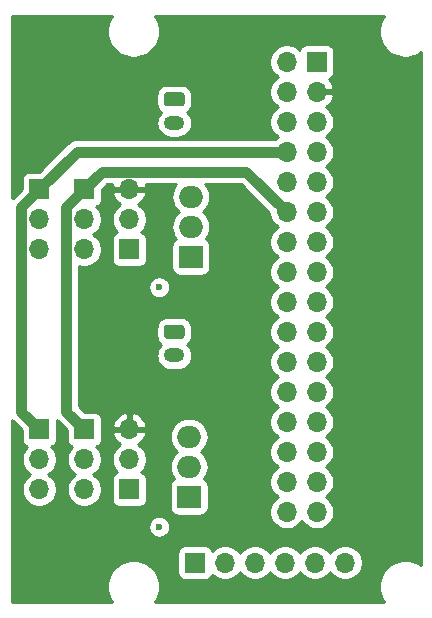
<source format=gbr>
G04 #@! TF.GenerationSoftware,KiCad,Pcbnew,(5.1.9)-1*
G04 #@! TF.CreationDate,2021-11-12T16:09:24-07:00*
G04 #@! TF.ProjectId,ABSIS_Nano_Relay_Module,41425349-535f-44e6-916e-6f5f52656c61,1*
G04 #@! TF.SameCoordinates,Original*
G04 #@! TF.FileFunction,Copper,L3,Inr*
G04 #@! TF.FilePolarity,Positive*
%FSLAX46Y46*%
G04 Gerber Fmt 4.6, Leading zero omitted, Abs format (unit mm)*
G04 Created by KiCad (PCBNEW (5.1.9)-1) date 2021-11-12 16:09:24*
%MOMM*%
%LPD*%
G01*
G04 APERTURE LIST*
G04 #@! TA.AperFunction,ComponentPad*
%ADD10O,1.700000X1.700000*%
G04 #@! TD*
G04 #@! TA.AperFunction,ComponentPad*
%ADD11R,1.700000X1.700000*%
G04 #@! TD*
G04 #@! TA.AperFunction,ComponentPad*
%ADD12O,2.000000X1.905000*%
G04 #@! TD*
G04 #@! TA.AperFunction,ComponentPad*
%ADD13R,2.000000X1.905000*%
G04 #@! TD*
G04 #@! TA.AperFunction,ComponentPad*
%ADD14O,1.750000X1.200000*%
G04 #@! TD*
G04 #@! TA.AperFunction,ViaPad*
%ADD15C,0.600000*%
G04 #@! TD*
G04 #@! TA.AperFunction,Conductor*
%ADD16C,0.914400*%
G04 #@! TD*
G04 #@! TA.AperFunction,Conductor*
%ADD17C,0.254000*%
G04 #@! TD*
G04 #@! TA.AperFunction,Conductor*
%ADD18C,0.100000*%
G04 #@! TD*
G04 APERTURE END LIST*
D10*
X128625000Y-104605000D03*
X128625000Y-102065000D03*
D11*
X128625000Y-99525000D03*
D10*
X124815000Y-104605000D03*
X124815000Y-102065000D03*
D11*
X124815000Y-99525000D03*
D10*
X128625000Y-84285000D03*
X128625000Y-81745000D03*
D11*
X128625000Y-79205000D03*
D10*
X124815000Y-84285000D03*
X124815000Y-81745000D03*
D11*
X124815000Y-79205000D03*
D12*
X137515000Y-100160000D03*
X137515000Y-102700000D03*
D13*
X137515000Y-105240000D03*
D12*
X137642000Y-79840000D03*
X137642000Y-82380000D03*
D13*
X137642000Y-84920000D03*
D10*
X132435000Y-99525000D03*
X132435000Y-102065000D03*
D11*
X132435000Y-104605000D03*
D10*
X132435000Y-79205000D03*
X132435000Y-81745000D03*
D11*
X132435000Y-84285000D03*
D14*
X136245000Y-93270000D03*
G04 #@! TA.AperFunction,ComponentPad*
G36*
G01*
X135619999Y-90670000D02*
X136870001Y-90670000D01*
G75*
G02*
X137120000Y-90919999I0J-249999D01*
G01*
X137120000Y-91620001D01*
G75*
G02*
X136870001Y-91870000I-249999J0D01*
G01*
X135619999Y-91870000D01*
G75*
G02*
X135370000Y-91620001I0J249999D01*
G01*
X135370000Y-90919999D01*
G75*
G02*
X135619999Y-90670000I249999J0D01*
G01*
G37*
G04 #@! TD.AperFunction*
X136245000Y-73585000D03*
G04 #@! TA.AperFunction,ComponentPad*
G36*
G01*
X135619999Y-70985000D02*
X136870001Y-70985000D01*
G75*
G02*
X137120000Y-71234999I0J-249999D01*
G01*
X137120000Y-71935001D01*
G75*
G02*
X136870001Y-72185000I-249999J0D01*
G01*
X135619999Y-72185000D01*
G75*
G02*
X135370000Y-71935001I0J249999D01*
G01*
X135370000Y-71234999D01*
G75*
G02*
X135619999Y-70985000I249999J0D01*
G01*
G37*
G04 #@! TD.AperFunction*
D10*
X150710000Y-110810000D03*
X148170000Y-110810000D03*
X145630000Y-110810000D03*
X143090000Y-110810000D03*
X140550000Y-110810000D03*
D11*
X138010000Y-110810000D03*
D10*
X145770000Y-106510000D03*
X148310000Y-106510000D03*
X145770000Y-103970000D03*
X148310000Y-103970000D03*
X145770000Y-101430000D03*
X148310000Y-101430000D03*
X145770000Y-98890000D03*
X148310000Y-98890000D03*
X145770000Y-96350000D03*
X148310000Y-96350000D03*
X145770000Y-93810000D03*
X148310000Y-93810000D03*
X145770000Y-91270000D03*
X148310000Y-91270000D03*
X145770000Y-88730000D03*
X148310000Y-88730000D03*
X145770000Y-86190000D03*
X148310000Y-86190000D03*
X145770000Y-83650000D03*
X148310000Y-83650000D03*
X145770000Y-81110000D03*
X148310000Y-81110000D03*
X145770000Y-78570000D03*
X148310000Y-78570000D03*
X145770000Y-76030000D03*
X148310000Y-76030000D03*
X145770000Y-73490000D03*
X148310000Y-73490000D03*
X145770000Y-70950000D03*
X148310000Y-70950000D03*
X145770000Y-68410000D03*
D11*
X148310000Y-68410000D03*
D15*
X134975000Y-87486911D03*
X134975000Y-107780000D03*
D16*
X127990000Y-76030000D02*
X124815000Y-79205000D01*
X145770000Y-76030000D02*
X127990000Y-76030000D01*
X123307799Y-98017799D02*
X124815000Y-99525000D01*
X123307799Y-80712201D02*
X123307799Y-98017799D01*
X124815000Y-79205000D02*
X123307799Y-80712201D01*
X130132201Y-77697799D02*
X128625000Y-79205000D01*
X142357799Y-77697799D02*
X130132201Y-77697799D01*
X145770000Y-81110000D02*
X142357799Y-77697799D01*
X127117799Y-98017799D02*
X128625000Y-99525000D01*
X127117799Y-80712201D02*
X127117799Y-98017799D01*
X128625000Y-79205000D02*
X127117799Y-80712201D01*
D17*
X130829369Y-64751331D02*
X130660890Y-65158075D01*
X130575000Y-65589872D01*
X130575000Y-66030128D01*
X130660890Y-66461925D01*
X130829369Y-66868669D01*
X131073962Y-67234729D01*
X131385271Y-67546038D01*
X131751331Y-67790631D01*
X132158075Y-67959110D01*
X132589872Y-68045000D01*
X133030128Y-68045000D01*
X133461925Y-67959110D01*
X133868669Y-67790631D01*
X134234729Y-67546038D01*
X134546038Y-67234729D01*
X134790631Y-66868669D01*
X134959110Y-66461925D01*
X135045000Y-66030128D01*
X135045000Y-65589872D01*
X134959110Y-65158075D01*
X134790631Y-64751331D01*
X134619356Y-64495000D01*
X154000644Y-64495000D01*
X153829369Y-64751331D01*
X153660890Y-65158075D01*
X153575000Y-65589872D01*
X153575000Y-66030128D01*
X153660890Y-66461925D01*
X153829369Y-66868669D01*
X154073962Y-67234729D01*
X154385271Y-67546038D01*
X154751331Y-67790631D01*
X155158075Y-67959110D01*
X155589872Y-68045000D01*
X156030128Y-68045000D01*
X156461925Y-67959110D01*
X156868669Y-67790631D01*
X157125001Y-67619356D01*
X157125000Y-111000644D01*
X156868669Y-110829369D01*
X156461925Y-110660890D01*
X156030128Y-110575000D01*
X155589872Y-110575000D01*
X155158075Y-110660890D01*
X154751331Y-110829369D01*
X154385271Y-111073962D01*
X154073962Y-111385271D01*
X153829369Y-111751331D01*
X153660890Y-112158075D01*
X153575000Y-112589872D01*
X153575000Y-113030128D01*
X153660890Y-113461925D01*
X153829369Y-113868669D01*
X154000644Y-114125000D01*
X134619356Y-114125000D01*
X134790631Y-113868669D01*
X134959110Y-113461925D01*
X135045000Y-113030128D01*
X135045000Y-112589872D01*
X134959110Y-112158075D01*
X134790631Y-111751331D01*
X134546038Y-111385271D01*
X134234729Y-111073962D01*
X133868669Y-110829369D01*
X133461925Y-110660890D01*
X133030128Y-110575000D01*
X132589872Y-110575000D01*
X132158075Y-110660890D01*
X131751331Y-110829369D01*
X131385271Y-111073962D01*
X131073962Y-111385271D01*
X130829369Y-111751331D01*
X130660890Y-112158075D01*
X130575000Y-112589872D01*
X130575000Y-113030128D01*
X130660890Y-113461925D01*
X130829369Y-113868669D01*
X131000644Y-114125000D01*
X122495000Y-114125000D01*
X122495000Y-109960000D01*
X136521928Y-109960000D01*
X136521928Y-111660000D01*
X136534188Y-111784482D01*
X136570498Y-111904180D01*
X136629463Y-112014494D01*
X136708815Y-112111185D01*
X136805506Y-112190537D01*
X136915820Y-112249502D01*
X137035518Y-112285812D01*
X137160000Y-112298072D01*
X138860000Y-112298072D01*
X138984482Y-112285812D01*
X139104180Y-112249502D01*
X139214494Y-112190537D01*
X139311185Y-112111185D01*
X139390537Y-112014494D01*
X139449502Y-111904180D01*
X139471513Y-111831620D01*
X139603368Y-111963475D01*
X139846589Y-112125990D01*
X140116842Y-112237932D01*
X140403740Y-112295000D01*
X140696260Y-112295000D01*
X140983158Y-112237932D01*
X141253411Y-112125990D01*
X141496632Y-111963475D01*
X141703475Y-111756632D01*
X141820000Y-111582240D01*
X141936525Y-111756632D01*
X142143368Y-111963475D01*
X142386589Y-112125990D01*
X142656842Y-112237932D01*
X142943740Y-112295000D01*
X143236260Y-112295000D01*
X143523158Y-112237932D01*
X143793411Y-112125990D01*
X144036632Y-111963475D01*
X144243475Y-111756632D01*
X144360000Y-111582240D01*
X144476525Y-111756632D01*
X144683368Y-111963475D01*
X144926589Y-112125990D01*
X145196842Y-112237932D01*
X145483740Y-112295000D01*
X145776260Y-112295000D01*
X146063158Y-112237932D01*
X146333411Y-112125990D01*
X146576632Y-111963475D01*
X146783475Y-111756632D01*
X146900000Y-111582240D01*
X147016525Y-111756632D01*
X147223368Y-111963475D01*
X147466589Y-112125990D01*
X147736842Y-112237932D01*
X148023740Y-112295000D01*
X148316260Y-112295000D01*
X148603158Y-112237932D01*
X148873411Y-112125990D01*
X149116632Y-111963475D01*
X149323475Y-111756632D01*
X149440000Y-111582240D01*
X149556525Y-111756632D01*
X149763368Y-111963475D01*
X150006589Y-112125990D01*
X150276842Y-112237932D01*
X150563740Y-112295000D01*
X150856260Y-112295000D01*
X151143158Y-112237932D01*
X151413411Y-112125990D01*
X151656632Y-111963475D01*
X151863475Y-111756632D01*
X152025990Y-111513411D01*
X152137932Y-111243158D01*
X152195000Y-110956260D01*
X152195000Y-110663740D01*
X152137932Y-110376842D01*
X152025990Y-110106589D01*
X151863475Y-109863368D01*
X151656632Y-109656525D01*
X151413411Y-109494010D01*
X151143158Y-109382068D01*
X150856260Y-109325000D01*
X150563740Y-109325000D01*
X150276842Y-109382068D01*
X150006589Y-109494010D01*
X149763368Y-109656525D01*
X149556525Y-109863368D01*
X149440000Y-110037760D01*
X149323475Y-109863368D01*
X149116632Y-109656525D01*
X148873411Y-109494010D01*
X148603158Y-109382068D01*
X148316260Y-109325000D01*
X148023740Y-109325000D01*
X147736842Y-109382068D01*
X147466589Y-109494010D01*
X147223368Y-109656525D01*
X147016525Y-109863368D01*
X146900000Y-110037760D01*
X146783475Y-109863368D01*
X146576632Y-109656525D01*
X146333411Y-109494010D01*
X146063158Y-109382068D01*
X145776260Y-109325000D01*
X145483740Y-109325000D01*
X145196842Y-109382068D01*
X144926589Y-109494010D01*
X144683368Y-109656525D01*
X144476525Y-109863368D01*
X144360000Y-110037760D01*
X144243475Y-109863368D01*
X144036632Y-109656525D01*
X143793411Y-109494010D01*
X143523158Y-109382068D01*
X143236260Y-109325000D01*
X142943740Y-109325000D01*
X142656842Y-109382068D01*
X142386589Y-109494010D01*
X142143368Y-109656525D01*
X141936525Y-109863368D01*
X141820000Y-110037760D01*
X141703475Y-109863368D01*
X141496632Y-109656525D01*
X141253411Y-109494010D01*
X140983158Y-109382068D01*
X140696260Y-109325000D01*
X140403740Y-109325000D01*
X140116842Y-109382068D01*
X139846589Y-109494010D01*
X139603368Y-109656525D01*
X139471513Y-109788380D01*
X139449502Y-109715820D01*
X139390537Y-109605506D01*
X139311185Y-109508815D01*
X139214494Y-109429463D01*
X139104180Y-109370498D01*
X138984482Y-109334188D01*
X138860000Y-109321928D01*
X137160000Y-109321928D01*
X137035518Y-109334188D01*
X136915820Y-109370498D01*
X136805506Y-109429463D01*
X136708815Y-109508815D01*
X136629463Y-109605506D01*
X136570498Y-109715820D01*
X136534188Y-109835518D01*
X136521928Y-109960000D01*
X122495000Y-109960000D01*
X122495000Y-107687911D01*
X134040000Y-107687911D01*
X134040000Y-107872089D01*
X134075932Y-108052729D01*
X134146414Y-108222889D01*
X134248738Y-108376028D01*
X134378972Y-108506262D01*
X134532111Y-108608586D01*
X134702271Y-108679068D01*
X134882911Y-108715000D01*
X135067089Y-108715000D01*
X135247729Y-108679068D01*
X135417889Y-108608586D01*
X135571028Y-108506262D01*
X135701262Y-108376028D01*
X135803586Y-108222889D01*
X135874068Y-108052729D01*
X135910000Y-107872089D01*
X135910000Y-107687911D01*
X135874068Y-107507271D01*
X135803586Y-107337111D01*
X135701262Y-107183972D01*
X135571028Y-107053738D01*
X135417889Y-106951414D01*
X135247729Y-106880932D01*
X135067089Y-106845000D01*
X134882911Y-106845000D01*
X134702271Y-106880932D01*
X134532111Y-106951414D01*
X134378972Y-107053738D01*
X134248738Y-107183972D01*
X134146414Y-107337111D01*
X134075932Y-107507271D01*
X134040000Y-107687911D01*
X122495000Y-107687911D01*
X122495000Y-98749043D01*
X122531762Y-98793837D01*
X122573431Y-98828034D01*
X123326928Y-99581532D01*
X123326928Y-100375000D01*
X123339188Y-100499482D01*
X123375498Y-100619180D01*
X123434463Y-100729494D01*
X123513815Y-100826185D01*
X123610506Y-100905537D01*
X123720820Y-100964502D01*
X123793380Y-100986513D01*
X123661525Y-101118368D01*
X123499010Y-101361589D01*
X123387068Y-101631842D01*
X123330000Y-101918740D01*
X123330000Y-102211260D01*
X123387068Y-102498158D01*
X123499010Y-102768411D01*
X123661525Y-103011632D01*
X123868368Y-103218475D01*
X124042760Y-103335000D01*
X123868368Y-103451525D01*
X123661525Y-103658368D01*
X123499010Y-103901589D01*
X123387068Y-104171842D01*
X123330000Y-104458740D01*
X123330000Y-104751260D01*
X123387068Y-105038158D01*
X123499010Y-105308411D01*
X123661525Y-105551632D01*
X123868368Y-105758475D01*
X124111589Y-105920990D01*
X124381842Y-106032932D01*
X124668740Y-106090000D01*
X124961260Y-106090000D01*
X125248158Y-106032932D01*
X125518411Y-105920990D01*
X125761632Y-105758475D01*
X125968475Y-105551632D01*
X126130990Y-105308411D01*
X126242932Y-105038158D01*
X126300000Y-104751260D01*
X126300000Y-104458740D01*
X126242932Y-104171842D01*
X126130990Y-103901589D01*
X125968475Y-103658368D01*
X125761632Y-103451525D01*
X125587240Y-103335000D01*
X125761632Y-103218475D01*
X125968475Y-103011632D01*
X126130990Y-102768411D01*
X126242932Y-102498158D01*
X126300000Y-102211260D01*
X126300000Y-101918740D01*
X126242932Y-101631842D01*
X126130990Y-101361589D01*
X125968475Y-101118368D01*
X125836620Y-100986513D01*
X125909180Y-100964502D01*
X126019494Y-100905537D01*
X126116185Y-100826185D01*
X126195537Y-100729494D01*
X126254502Y-100619180D01*
X126290812Y-100499482D01*
X126303072Y-100375000D01*
X126303072Y-98746693D01*
X126341762Y-98793837D01*
X126383431Y-98828034D01*
X127136928Y-99581532D01*
X127136928Y-100375000D01*
X127149188Y-100499482D01*
X127185498Y-100619180D01*
X127244463Y-100729494D01*
X127323815Y-100826185D01*
X127420506Y-100905537D01*
X127530820Y-100964502D01*
X127603380Y-100986513D01*
X127471525Y-101118368D01*
X127309010Y-101361589D01*
X127197068Y-101631842D01*
X127140000Y-101918740D01*
X127140000Y-102211260D01*
X127197068Y-102498158D01*
X127309010Y-102768411D01*
X127471525Y-103011632D01*
X127678368Y-103218475D01*
X127852760Y-103335000D01*
X127678368Y-103451525D01*
X127471525Y-103658368D01*
X127309010Y-103901589D01*
X127197068Y-104171842D01*
X127140000Y-104458740D01*
X127140000Y-104751260D01*
X127197068Y-105038158D01*
X127309010Y-105308411D01*
X127471525Y-105551632D01*
X127678368Y-105758475D01*
X127921589Y-105920990D01*
X128191842Y-106032932D01*
X128478740Y-106090000D01*
X128771260Y-106090000D01*
X129058158Y-106032932D01*
X129328411Y-105920990D01*
X129571632Y-105758475D01*
X129778475Y-105551632D01*
X129940990Y-105308411D01*
X130052932Y-105038158D01*
X130110000Y-104751260D01*
X130110000Y-104458740D01*
X130052932Y-104171842D01*
X129940990Y-103901589D01*
X129843043Y-103755000D01*
X130946928Y-103755000D01*
X130946928Y-105455000D01*
X130959188Y-105579482D01*
X130995498Y-105699180D01*
X131054463Y-105809494D01*
X131133815Y-105906185D01*
X131230506Y-105985537D01*
X131340820Y-106044502D01*
X131460518Y-106080812D01*
X131585000Y-106093072D01*
X133285000Y-106093072D01*
X133409482Y-106080812D01*
X133529180Y-106044502D01*
X133639494Y-105985537D01*
X133736185Y-105906185D01*
X133815537Y-105809494D01*
X133874502Y-105699180D01*
X133910812Y-105579482D01*
X133923072Y-105455000D01*
X133923072Y-103755000D01*
X133910812Y-103630518D01*
X133874502Y-103510820D01*
X133815537Y-103400506D01*
X133736185Y-103303815D01*
X133639494Y-103224463D01*
X133529180Y-103165498D01*
X133456620Y-103143487D01*
X133588475Y-103011632D01*
X133750990Y-102768411D01*
X133862932Y-102498158D01*
X133920000Y-102211260D01*
X133920000Y-101918740D01*
X133862932Y-101631842D01*
X133750990Y-101361589D01*
X133588475Y-101118368D01*
X133381632Y-100911525D01*
X133199466Y-100789805D01*
X133316355Y-100720178D01*
X133532588Y-100525269D01*
X133706641Y-100291920D01*
X133769475Y-100160000D01*
X135872319Y-100160000D01*
X135902970Y-100471204D01*
X135993745Y-100770449D01*
X136141155Y-101046235D01*
X136339537Y-101287963D01*
X136512609Y-101430000D01*
X136339537Y-101572037D01*
X136141155Y-101813765D01*
X135993745Y-102089551D01*
X135902970Y-102388796D01*
X135872319Y-102700000D01*
X135902970Y-103011204D01*
X135993745Y-103310449D01*
X136141155Y-103586235D01*
X136244446Y-103712095D01*
X136160506Y-103756963D01*
X136063815Y-103836315D01*
X135984463Y-103933006D01*
X135925498Y-104043320D01*
X135889188Y-104163018D01*
X135876928Y-104287500D01*
X135876928Y-106192500D01*
X135889188Y-106316982D01*
X135925498Y-106436680D01*
X135984463Y-106546994D01*
X136063815Y-106643685D01*
X136160506Y-106723037D01*
X136270820Y-106782002D01*
X136390518Y-106818312D01*
X136515000Y-106830572D01*
X138515000Y-106830572D01*
X138639482Y-106818312D01*
X138759180Y-106782002D01*
X138869494Y-106723037D01*
X138966185Y-106643685D01*
X139045537Y-106546994D01*
X139104502Y-106436680D01*
X139140812Y-106316982D01*
X139153072Y-106192500D01*
X139153072Y-104287500D01*
X139140812Y-104163018D01*
X139104502Y-104043320D01*
X139045537Y-103933006D01*
X138966185Y-103836315D01*
X138869494Y-103756963D01*
X138785554Y-103712095D01*
X138888845Y-103586235D01*
X139036255Y-103310449D01*
X139127030Y-103011204D01*
X139157681Y-102700000D01*
X139127030Y-102388796D01*
X139036255Y-102089551D01*
X138888845Y-101813765D01*
X138690463Y-101572037D01*
X138517391Y-101430000D01*
X138690463Y-101287963D01*
X138888845Y-101046235D01*
X139036255Y-100770449D01*
X139127030Y-100471204D01*
X139157681Y-100160000D01*
X139127030Y-99848796D01*
X139036255Y-99549551D01*
X138888845Y-99273765D01*
X138690463Y-99032037D01*
X138448735Y-98833655D01*
X138172949Y-98686245D01*
X137873704Y-98595470D01*
X137640486Y-98572500D01*
X137389514Y-98572500D01*
X137156296Y-98595470D01*
X136857051Y-98686245D01*
X136581265Y-98833655D01*
X136339537Y-99032037D01*
X136141155Y-99273765D01*
X135993745Y-99549551D01*
X135902970Y-99848796D01*
X135872319Y-100160000D01*
X133769475Y-100160000D01*
X133831825Y-100029099D01*
X133876476Y-99881890D01*
X133755155Y-99652000D01*
X132562000Y-99652000D01*
X132562000Y-99672000D01*
X132308000Y-99672000D01*
X132308000Y-99652000D01*
X131114845Y-99652000D01*
X130993524Y-99881890D01*
X131038175Y-100029099D01*
X131163359Y-100291920D01*
X131337412Y-100525269D01*
X131553645Y-100720178D01*
X131670534Y-100789805D01*
X131488368Y-100911525D01*
X131281525Y-101118368D01*
X131119010Y-101361589D01*
X131007068Y-101631842D01*
X130950000Y-101918740D01*
X130950000Y-102211260D01*
X131007068Y-102498158D01*
X131119010Y-102768411D01*
X131281525Y-103011632D01*
X131413380Y-103143487D01*
X131340820Y-103165498D01*
X131230506Y-103224463D01*
X131133815Y-103303815D01*
X131054463Y-103400506D01*
X130995498Y-103510820D01*
X130959188Y-103630518D01*
X130946928Y-103755000D01*
X129843043Y-103755000D01*
X129778475Y-103658368D01*
X129571632Y-103451525D01*
X129397240Y-103335000D01*
X129571632Y-103218475D01*
X129778475Y-103011632D01*
X129940990Y-102768411D01*
X130052932Y-102498158D01*
X130110000Y-102211260D01*
X130110000Y-101918740D01*
X130052932Y-101631842D01*
X129940990Y-101361589D01*
X129778475Y-101118368D01*
X129646620Y-100986513D01*
X129719180Y-100964502D01*
X129829494Y-100905537D01*
X129926185Y-100826185D01*
X130005537Y-100729494D01*
X130064502Y-100619180D01*
X130100812Y-100499482D01*
X130113072Y-100375000D01*
X130113072Y-99168110D01*
X130993524Y-99168110D01*
X131114845Y-99398000D01*
X132308000Y-99398000D01*
X132308000Y-98204186D01*
X132562000Y-98204186D01*
X132562000Y-99398000D01*
X133755155Y-99398000D01*
X133876476Y-99168110D01*
X133831825Y-99020901D01*
X133706641Y-98758080D01*
X133532588Y-98524731D01*
X133316355Y-98329822D01*
X133066252Y-98180843D01*
X132791891Y-98083519D01*
X132562000Y-98204186D01*
X132308000Y-98204186D01*
X132078109Y-98083519D01*
X131803748Y-98180843D01*
X131553645Y-98329822D01*
X131337412Y-98524731D01*
X131163359Y-98758080D01*
X131038175Y-99020901D01*
X130993524Y-99168110D01*
X130113072Y-99168110D01*
X130113072Y-98675000D01*
X130100812Y-98550518D01*
X130064502Y-98430820D01*
X130005537Y-98320506D01*
X129926185Y-98223815D01*
X129829494Y-98144463D01*
X129719180Y-98085498D01*
X129599482Y-98049188D01*
X129475000Y-98036928D01*
X128681532Y-98036928D01*
X128209999Y-97565396D01*
X128209999Y-93270000D01*
X134729025Y-93270000D01*
X134752870Y-93512102D01*
X134823489Y-93744901D01*
X134938167Y-93959449D01*
X135092498Y-94147502D01*
X135280551Y-94301833D01*
X135495099Y-94416511D01*
X135727898Y-94487130D01*
X135909335Y-94505000D01*
X136580665Y-94505000D01*
X136762102Y-94487130D01*
X136994901Y-94416511D01*
X137209449Y-94301833D01*
X137397502Y-94147502D01*
X137551833Y-93959449D01*
X137666511Y-93744901D01*
X137737130Y-93512102D01*
X137760975Y-93270000D01*
X137737130Y-93027898D01*
X137666511Y-92795099D01*
X137551833Y-92580551D01*
X137397502Y-92392498D01*
X137358889Y-92360809D01*
X137363387Y-92358405D01*
X137497962Y-92247962D01*
X137608405Y-92113387D01*
X137690472Y-91959851D01*
X137741008Y-91793255D01*
X137758072Y-91620001D01*
X137758072Y-90919999D01*
X137741008Y-90746745D01*
X137690472Y-90580149D01*
X137608405Y-90426613D01*
X137497962Y-90292038D01*
X137363387Y-90181595D01*
X137209851Y-90099528D01*
X137043255Y-90048992D01*
X136870001Y-90031928D01*
X135619999Y-90031928D01*
X135446745Y-90048992D01*
X135280149Y-90099528D01*
X135126613Y-90181595D01*
X134992038Y-90292038D01*
X134881595Y-90426613D01*
X134799528Y-90580149D01*
X134748992Y-90746745D01*
X134731928Y-90919999D01*
X134731928Y-91620001D01*
X134748992Y-91793255D01*
X134799528Y-91959851D01*
X134881595Y-92113387D01*
X134992038Y-92247962D01*
X135126613Y-92358405D01*
X135131111Y-92360809D01*
X135092498Y-92392498D01*
X134938167Y-92580551D01*
X134823489Y-92795099D01*
X134752870Y-93027898D01*
X134729025Y-93270000D01*
X128209999Y-93270000D01*
X128209999Y-87394822D01*
X134040000Y-87394822D01*
X134040000Y-87579000D01*
X134075932Y-87759640D01*
X134146414Y-87929800D01*
X134248738Y-88082939D01*
X134378972Y-88213173D01*
X134532111Y-88315497D01*
X134702271Y-88385979D01*
X134882911Y-88421911D01*
X135067089Y-88421911D01*
X135247729Y-88385979D01*
X135417889Y-88315497D01*
X135571028Y-88213173D01*
X135701262Y-88082939D01*
X135803586Y-87929800D01*
X135874068Y-87759640D01*
X135910000Y-87579000D01*
X135910000Y-87394822D01*
X135874068Y-87214182D01*
X135803586Y-87044022D01*
X135701262Y-86890883D01*
X135571028Y-86760649D01*
X135417889Y-86658325D01*
X135247729Y-86587843D01*
X135067089Y-86551911D01*
X134882911Y-86551911D01*
X134702271Y-86587843D01*
X134532111Y-86658325D01*
X134378972Y-86760649D01*
X134248738Y-86890883D01*
X134146414Y-87044022D01*
X134075932Y-87214182D01*
X134040000Y-87394822D01*
X128209999Y-87394822D01*
X128209999Y-85716544D01*
X128478740Y-85770000D01*
X128771260Y-85770000D01*
X129058158Y-85712932D01*
X129328411Y-85600990D01*
X129571632Y-85438475D01*
X129778475Y-85231632D01*
X129940990Y-84988411D01*
X130052932Y-84718158D01*
X130110000Y-84431260D01*
X130110000Y-84138740D01*
X130052932Y-83851842D01*
X129940990Y-83581589D01*
X129843043Y-83435000D01*
X130946928Y-83435000D01*
X130946928Y-85135000D01*
X130959188Y-85259482D01*
X130995498Y-85379180D01*
X131054463Y-85489494D01*
X131133815Y-85586185D01*
X131230506Y-85665537D01*
X131340820Y-85724502D01*
X131460518Y-85760812D01*
X131585000Y-85773072D01*
X133285000Y-85773072D01*
X133409482Y-85760812D01*
X133529180Y-85724502D01*
X133639494Y-85665537D01*
X133736185Y-85586185D01*
X133815537Y-85489494D01*
X133874502Y-85379180D01*
X133910812Y-85259482D01*
X133923072Y-85135000D01*
X133923072Y-83435000D01*
X133910812Y-83310518D01*
X133874502Y-83190820D01*
X133815537Y-83080506D01*
X133736185Y-82983815D01*
X133639494Y-82904463D01*
X133529180Y-82845498D01*
X133456620Y-82823487D01*
X133588475Y-82691632D01*
X133750990Y-82448411D01*
X133862932Y-82178158D01*
X133920000Y-81891260D01*
X133920000Y-81598740D01*
X133862932Y-81311842D01*
X133750990Y-81041589D01*
X133588475Y-80798368D01*
X133381632Y-80591525D01*
X133199466Y-80469805D01*
X133316355Y-80400178D01*
X133532588Y-80205269D01*
X133706641Y-79971920D01*
X133831825Y-79709099D01*
X133876476Y-79561890D01*
X133755155Y-79332000D01*
X132562000Y-79332000D01*
X132562000Y-79352000D01*
X132308000Y-79352000D01*
X132308000Y-79332000D01*
X131114845Y-79332000D01*
X130993524Y-79561890D01*
X131038175Y-79709099D01*
X131163359Y-79971920D01*
X131337412Y-80205269D01*
X131553645Y-80400178D01*
X131670534Y-80469805D01*
X131488368Y-80591525D01*
X131281525Y-80798368D01*
X131119010Y-81041589D01*
X131007068Y-81311842D01*
X130950000Y-81598740D01*
X130950000Y-81891260D01*
X131007068Y-82178158D01*
X131119010Y-82448411D01*
X131281525Y-82691632D01*
X131413380Y-82823487D01*
X131340820Y-82845498D01*
X131230506Y-82904463D01*
X131133815Y-82983815D01*
X131054463Y-83080506D01*
X130995498Y-83190820D01*
X130959188Y-83310518D01*
X130946928Y-83435000D01*
X129843043Y-83435000D01*
X129778475Y-83338368D01*
X129571632Y-83131525D01*
X129397240Y-83015000D01*
X129571632Y-82898475D01*
X129778475Y-82691632D01*
X129940990Y-82448411D01*
X130052932Y-82178158D01*
X130110000Y-81891260D01*
X130110000Y-81598740D01*
X130052932Y-81311842D01*
X129940990Y-81041589D01*
X129778475Y-80798368D01*
X129646620Y-80666513D01*
X129719180Y-80644502D01*
X129829494Y-80585537D01*
X129926185Y-80506185D01*
X130005537Y-80409494D01*
X130064502Y-80299180D01*
X130100812Y-80179482D01*
X130113072Y-80055000D01*
X130113072Y-79261531D01*
X130584605Y-78789999D01*
X131011150Y-78789999D01*
X130993524Y-78848110D01*
X131114845Y-79078000D01*
X132308000Y-79078000D01*
X132308000Y-79058000D01*
X132562000Y-79058000D01*
X132562000Y-79078000D01*
X133755155Y-79078000D01*
X133876476Y-78848110D01*
X133858850Y-78789999D01*
X136402555Y-78789999D01*
X136268155Y-78953765D01*
X136120745Y-79229551D01*
X136029970Y-79528796D01*
X135999319Y-79840000D01*
X136029970Y-80151204D01*
X136120745Y-80450449D01*
X136268155Y-80726235D01*
X136466537Y-80967963D01*
X136639609Y-81110000D01*
X136466537Y-81252037D01*
X136268155Y-81493765D01*
X136120745Y-81769551D01*
X136029970Y-82068796D01*
X135999319Y-82380000D01*
X136029970Y-82691204D01*
X136120745Y-82990449D01*
X136268155Y-83266235D01*
X136371446Y-83392095D01*
X136287506Y-83436963D01*
X136190815Y-83516315D01*
X136111463Y-83613006D01*
X136052498Y-83723320D01*
X136016188Y-83843018D01*
X136003928Y-83967500D01*
X136003928Y-85872500D01*
X136016188Y-85996982D01*
X136052498Y-86116680D01*
X136111463Y-86226994D01*
X136190815Y-86323685D01*
X136287506Y-86403037D01*
X136397820Y-86462002D01*
X136517518Y-86498312D01*
X136642000Y-86510572D01*
X138642000Y-86510572D01*
X138766482Y-86498312D01*
X138886180Y-86462002D01*
X138996494Y-86403037D01*
X139093185Y-86323685D01*
X139172537Y-86226994D01*
X139231502Y-86116680D01*
X139267812Y-85996982D01*
X139280072Y-85872500D01*
X139280072Y-83967500D01*
X139267812Y-83843018D01*
X139231502Y-83723320D01*
X139172537Y-83613006D01*
X139093185Y-83516315D01*
X138996494Y-83436963D01*
X138912554Y-83392095D01*
X139015845Y-83266235D01*
X139163255Y-82990449D01*
X139254030Y-82691204D01*
X139284681Y-82380000D01*
X139254030Y-82068796D01*
X139163255Y-81769551D01*
X139015845Y-81493765D01*
X138817463Y-81252037D01*
X138644391Y-81110000D01*
X138817463Y-80967963D01*
X139015845Y-80726235D01*
X139163255Y-80450449D01*
X139254030Y-80151204D01*
X139284681Y-79840000D01*
X139254030Y-79528796D01*
X139163255Y-79229551D01*
X139015845Y-78953765D01*
X138881445Y-78789999D01*
X141905396Y-78789999D01*
X144285000Y-81169604D01*
X144285000Y-81256260D01*
X144342068Y-81543158D01*
X144454010Y-81813411D01*
X144616525Y-82056632D01*
X144823368Y-82263475D01*
X144997760Y-82380000D01*
X144823368Y-82496525D01*
X144616525Y-82703368D01*
X144454010Y-82946589D01*
X144342068Y-83216842D01*
X144285000Y-83503740D01*
X144285000Y-83796260D01*
X144342068Y-84083158D01*
X144454010Y-84353411D01*
X144616525Y-84596632D01*
X144823368Y-84803475D01*
X144997760Y-84920000D01*
X144823368Y-85036525D01*
X144616525Y-85243368D01*
X144454010Y-85486589D01*
X144342068Y-85756842D01*
X144285000Y-86043740D01*
X144285000Y-86336260D01*
X144342068Y-86623158D01*
X144454010Y-86893411D01*
X144616525Y-87136632D01*
X144823368Y-87343475D01*
X144997760Y-87460000D01*
X144823368Y-87576525D01*
X144616525Y-87783368D01*
X144454010Y-88026589D01*
X144342068Y-88296842D01*
X144285000Y-88583740D01*
X144285000Y-88876260D01*
X144342068Y-89163158D01*
X144454010Y-89433411D01*
X144616525Y-89676632D01*
X144823368Y-89883475D01*
X144997760Y-90000000D01*
X144823368Y-90116525D01*
X144616525Y-90323368D01*
X144454010Y-90566589D01*
X144342068Y-90836842D01*
X144285000Y-91123740D01*
X144285000Y-91416260D01*
X144342068Y-91703158D01*
X144454010Y-91973411D01*
X144616525Y-92216632D01*
X144823368Y-92423475D01*
X144997760Y-92540000D01*
X144823368Y-92656525D01*
X144616525Y-92863368D01*
X144454010Y-93106589D01*
X144342068Y-93376842D01*
X144285000Y-93663740D01*
X144285000Y-93956260D01*
X144342068Y-94243158D01*
X144454010Y-94513411D01*
X144616525Y-94756632D01*
X144823368Y-94963475D01*
X144997760Y-95080000D01*
X144823368Y-95196525D01*
X144616525Y-95403368D01*
X144454010Y-95646589D01*
X144342068Y-95916842D01*
X144285000Y-96203740D01*
X144285000Y-96496260D01*
X144342068Y-96783158D01*
X144454010Y-97053411D01*
X144616525Y-97296632D01*
X144823368Y-97503475D01*
X144997760Y-97620000D01*
X144823368Y-97736525D01*
X144616525Y-97943368D01*
X144454010Y-98186589D01*
X144342068Y-98456842D01*
X144285000Y-98743740D01*
X144285000Y-99036260D01*
X144342068Y-99323158D01*
X144454010Y-99593411D01*
X144616525Y-99836632D01*
X144823368Y-100043475D01*
X144997760Y-100160000D01*
X144823368Y-100276525D01*
X144616525Y-100483368D01*
X144454010Y-100726589D01*
X144342068Y-100996842D01*
X144285000Y-101283740D01*
X144285000Y-101576260D01*
X144342068Y-101863158D01*
X144454010Y-102133411D01*
X144616525Y-102376632D01*
X144823368Y-102583475D01*
X144997760Y-102700000D01*
X144823368Y-102816525D01*
X144616525Y-103023368D01*
X144454010Y-103266589D01*
X144342068Y-103536842D01*
X144285000Y-103823740D01*
X144285000Y-104116260D01*
X144342068Y-104403158D01*
X144454010Y-104673411D01*
X144616525Y-104916632D01*
X144823368Y-105123475D01*
X144997760Y-105240000D01*
X144823368Y-105356525D01*
X144616525Y-105563368D01*
X144454010Y-105806589D01*
X144342068Y-106076842D01*
X144285000Y-106363740D01*
X144285000Y-106656260D01*
X144342068Y-106943158D01*
X144454010Y-107213411D01*
X144616525Y-107456632D01*
X144823368Y-107663475D01*
X145066589Y-107825990D01*
X145336842Y-107937932D01*
X145623740Y-107995000D01*
X145916260Y-107995000D01*
X146203158Y-107937932D01*
X146473411Y-107825990D01*
X146716632Y-107663475D01*
X146923475Y-107456632D01*
X147040000Y-107282240D01*
X147156525Y-107456632D01*
X147363368Y-107663475D01*
X147606589Y-107825990D01*
X147876842Y-107937932D01*
X148163740Y-107995000D01*
X148456260Y-107995000D01*
X148743158Y-107937932D01*
X149013411Y-107825990D01*
X149256632Y-107663475D01*
X149463475Y-107456632D01*
X149625990Y-107213411D01*
X149737932Y-106943158D01*
X149795000Y-106656260D01*
X149795000Y-106363740D01*
X149737932Y-106076842D01*
X149625990Y-105806589D01*
X149463475Y-105563368D01*
X149256632Y-105356525D01*
X149082240Y-105240000D01*
X149256632Y-105123475D01*
X149463475Y-104916632D01*
X149625990Y-104673411D01*
X149737932Y-104403158D01*
X149795000Y-104116260D01*
X149795000Y-103823740D01*
X149737932Y-103536842D01*
X149625990Y-103266589D01*
X149463475Y-103023368D01*
X149256632Y-102816525D01*
X149082240Y-102700000D01*
X149256632Y-102583475D01*
X149463475Y-102376632D01*
X149625990Y-102133411D01*
X149737932Y-101863158D01*
X149795000Y-101576260D01*
X149795000Y-101283740D01*
X149737932Y-100996842D01*
X149625990Y-100726589D01*
X149463475Y-100483368D01*
X149256632Y-100276525D01*
X149082240Y-100160000D01*
X149256632Y-100043475D01*
X149463475Y-99836632D01*
X149625990Y-99593411D01*
X149737932Y-99323158D01*
X149795000Y-99036260D01*
X149795000Y-98743740D01*
X149737932Y-98456842D01*
X149625990Y-98186589D01*
X149463475Y-97943368D01*
X149256632Y-97736525D01*
X149082240Y-97620000D01*
X149256632Y-97503475D01*
X149463475Y-97296632D01*
X149625990Y-97053411D01*
X149737932Y-96783158D01*
X149795000Y-96496260D01*
X149795000Y-96203740D01*
X149737932Y-95916842D01*
X149625990Y-95646589D01*
X149463475Y-95403368D01*
X149256632Y-95196525D01*
X149082240Y-95080000D01*
X149256632Y-94963475D01*
X149463475Y-94756632D01*
X149625990Y-94513411D01*
X149737932Y-94243158D01*
X149795000Y-93956260D01*
X149795000Y-93663740D01*
X149737932Y-93376842D01*
X149625990Y-93106589D01*
X149463475Y-92863368D01*
X149256632Y-92656525D01*
X149082240Y-92540000D01*
X149256632Y-92423475D01*
X149463475Y-92216632D01*
X149625990Y-91973411D01*
X149737932Y-91703158D01*
X149795000Y-91416260D01*
X149795000Y-91123740D01*
X149737932Y-90836842D01*
X149625990Y-90566589D01*
X149463475Y-90323368D01*
X149256632Y-90116525D01*
X149082240Y-90000000D01*
X149256632Y-89883475D01*
X149463475Y-89676632D01*
X149625990Y-89433411D01*
X149737932Y-89163158D01*
X149795000Y-88876260D01*
X149795000Y-88583740D01*
X149737932Y-88296842D01*
X149625990Y-88026589D01*
X149463475Y-87783368D01*
X149256632Y-87576525D01*
X149082240Y-87460000D01*
X149256632Y-87343475D01*
X149463475Y-87136632D01*
X149625990Y-86893411D01*
X149737932Y-86623158D01*
X149795000Y-86336260D01*
X149795000Y-86043740D01*
X149737932Y-85756842D01*
X149625990Y-85486589D01*
X149463475Y-85243368D01*
X149256632Y-85036525D01*
X149082240Y-84920000D01*
X149256632Y-84803475D01*
X149463475Y-84596632D01*
X149625990Y-84353411D01*
X149737932Y-84083158D01*
X149795000Y-83796260D01*
X149795000Y-83503740D01*
X149737932Y-83216842D01*
X149625990Y-82946589D01*
X149463475Y-82703368D01*
X149256632Y-82496525D01*
X149082240Y-82380000D01*
X149256632Y-82263475D01*
X149463475Y-82056632D01*
X149625990Y-81813411D01*
X149737932Y-81543158D01*
X149795000Y-81256260D01*
X149795000Y-80963740D01*
X149737932Y-80676842D01*
X149625990Y-80406589D01*
X149463475Y-80163368D01*
X149256632Y-79956525D01*
X149082240Y-79840000D01*
X149256632Y-79723475D01*
X149463475Y-79516632D01*
X149625990Y-79273411D01*
X149737932Y-79003158D01*
X149795000Y-78716260D01*
X149795000Y-78423740D01*
X149737932Y-78136842D01*
X149625990Y-77866589D01*
X149463475Y-77623368D01*
X149256632Y-77416525D01*
X149082240Y-77300000D01*
X149256632Y-77183475D01*
X149463475Y-76976632D01*
X149625990Y-76733411D01*
X149737932Y-76463158D01*
X149795000Y-76176260D01*
X149795000Y-75883740D01*
X149737932Y-75596842D01*
X149625990Y-75326589D01*
X149463475Y-75083368D01*
X149256632Y-74876525D01*
X149082240Y-74760000D01*
X149256632Y-74643475D01*
X149463475Y-74436632D01*
X149625990Y-74193411D01*
X149737932Y-73923158D01*
X149795000Y-73636260D01*
X149795000Y-73343740D01*
X149737932Y-73056842D01*
X149625990Y-72786589D01*
X149463475Y-72543368D01*
X149256632Y-72336525D01*
X149074466Y-72214805D01*
X149191355Y-72145178D01*
X149407588Y-71950269D01*
X149581641Y-71716920D01*
X149706825Y-71454099D01*
X149751476Y-71306890D01*
X149630155Y-71077000D01*
X148437000Y-71077000D01*
X148437000Y-71097000D01*
X148183000Y-71097000D01*
X148183000Y-71077000D01*
X148163000Y-71077000D01*
X148163000Y-70823000D01*
X148183000Y-70823000D01*
X148183000Y-70803000D01*
X148437000Y-70803000D01*
X148437000Y-70823000D01*
X149630155Y-70823000D01*
X149751476Y-70593110D01*
X149706825Y-70445901D01*
X149581641Y-70183080D01*
X149407588Y-69949731D01*
X149323534Y-69873966D01*
X149404180Y-69849502D01*
X149514494Y-69790537D01*
X149611185Y-69711185D01*
X149690537Y-69614494D01*
X149749502Y-69504180D01*
X149785812Y-69384482D01*
X149798072Y-69260000D01*
X149798072Y-67560000D01*
X149785812Y-67435518D01*
X149749502Y-67315820D01*
X149690537Y-67205506D01*
X149611185Y-67108815D01*
X149514494Y-67029463D01*
X149404180Y-66970498D01*
X149284482Y-66934188D01*
X149160000Y-66921928D01*
X147460000Y-66921928D01*
X147335518Y-66934188D01*
X147215820Y-66970498D01*
X147105506Y-67029463D01*
X147008815Y-67108815D01*
X146929463Y-67205506D01*
X146870498Y-67315820D01*
X146848487Y-67388380D01*
X146716632Y-67256525D01*
X146473411Y-67094010D01*
X146203158Y-66982068D01*
X145916260Y-66925000D01*
X145623740Y-66925000D01*
X145336842Y-66982068D01*
X145066589Y-67094010D01*
X144823368Y-67256525D01*
X144616525Y-67463368D01*
X144454010Y-67706589D01*
X144342068Y-67976842D01*
X144285000Y-68263740D01*
X144285000Y-68556260D01*
X144342068Y-68843158D01*
X144454010Y-69113411D01*
X144616525Y-69356632D01*
X144823368Y-69563475D01*
X144997760Y-69680000D01*
X144823368Y-69796525D01*
X144616525Y-70003368D01*
X144454010Y-70246589D01*
X144342068Y-70516842D01*
X144285000Y-70803740D01*
X144285000Y-71096260D01*
X144342068Y-71383158D01*
X144454010Y-71653411D01*
X144616525Y-71896632D01*
X144823368Y-72103475D01*
X144997760Y-72220000D01*
X144823368Y-72336525D01*
X144616525Y-72543368D01*
X144454010Y-72786589D01*
X144342068Y-73056842D01*
X144285000Y-73343740D01*
X144285000Y-73636260D01*
X144342068Y-73923158D01*
X144454010Y-74193411D01*
X144616525Y-74436632D01*
X144823368Y-74643475D01*
X144997760Y-74760000D01*
X144823368Y-74876525D01*
X144762093Y-74937800D01*
X128043641Y-74937800D01*
X127989999Y-74932517D01*
X127936358Y-74937800D01*
X127936351Y-74937800D01*
X127797223Y-74951503D01*
X127775890Y-74953604D01*
X127727973Y-74968140D01*
X127570011Y-75016057D01*
X127380271Y-75117475D01*
X127213962Y-75253962D01*
X127179765Y-75295631D01*
X124758469Y-77716928D01*
X123965000Y-77716928D01*
X123840518Y-77729188D01*
X123720820Y-77765498D01*
X123610506Y-77824463D01*
X123513815Y-77903815D01*
X123434463Y-78000506D01*
X123375498Y-78110820D01*
X123339188Y-78230518D01*
X123326928Y-78355000D01*
X123326928Y-79148468D01*
X122573436Y-79901961D01*
X122531761Y-79936163D01*
X122495000Y-79980956D01*
X122495000Y-73585000D01*
X134729025Y-73585000D01*
X134752870Y-73827102D01*
X134823489Y-74059901D01*
X134938167Y-74274449D01*
X135092498Y-74462502D01*
X135280551Y-74616833D01*
X135495099Y-74731511D01*
X135727898Y-74802130D01*
X135909335Y-74820000D01*
X136580665Y-74820000D01*
X136762102Y-74802130D01*
X136994901Y-74731511D01*
X137209449Y-74616833D01*
X137397502Y-74462502D01*
X137551833Y-74274449D01*
X137666511Y-74059901D01*
X137737130Y-73827102D01*
X137760975Y-73585000D01*
X137737130Y-73342898D01*
X137666511Y-73110099D01*
X137551833Y-72895551D01*
X137397502Y-72707498D01*
X137358889Y-72675809D01*
X137363387Y-72673405D01*
X137497962Y-72562962D01*
X137608405Y-72428387D01*
X137690472Y-72274851D01*
X137741008Y-72108255D01*
X137758072Y-71935001D01*
X137758072Y-71234999D01*
X137741008Y-71061745D01*
X137690472Y-70895149D01*
X137608405Y-70741613D01*
X137497962Y-70607038D01*
X137363387Y-70496595D01*
X137209851Y-70414528D01*
X137043255Y-70363992D01*
X136870001Y-70346928D01*
X135619999Y-70346928D01*
X135446745Y-70363992D01*
X135280149Y-70414528D01*
X135126613Y-70496595D01*
X134992038Y-70607038D01*
X134881595Y-70741613D01*
X134799528Y-70895149D01*
X134748992Y-71061745D01*
X134731928Y-71234999D01*
X134731928Y-71935001D01*
X134748992Y-72108255D01*
X134799528Y-72274851D01*
X134881595Y-72428387D01*
X134992038Y-72562962D01*
X135126613Y-72673405D01*
X135131111Y-72675809D01*
X135092498Y-72707498D01*
X134938167Y-72895551D01*
X134823489Y-73110099D01*
X134752870Y-73342898D01*
X134729025Y-73585000D01*
X122495000Y-73585000D01*
X122495000Y-64495000D01*
X131000644Y-64495000D01*
X130829369Y-64751331D01*
G04 #@! TA.AperFunction,Conductor*
D18*
G36*
X130829369Y-64751331D02*
G01*
X130660890Y-65158075D01*
X130575000Y-65589872D01*
X130575000Y-66030128D01*
X130660890Y-66461925D01*
X130829369Y-66868669D01*
X131073962Y-67234729D01*
X131385271Y-67546038D01*
X131751331Y-67790631D01*
X132158075Y-67959110D01*
X132589872Y-68045000D01*
X133030128Y-68045000D01*
X133461925Y-67959110D01*
X133868669Y-67790631D01*
X134234729Y-67546038D01*
X134546038Y-67234729D01*
X134790631Y-66868669D01*
X134959110Y-66461925D01*
X135045000Y-66030128D01*
X135045000Y-65589872D01*
X134959110Y-65158075D01*
X134790631Y-64751331D01*
X134619356Y-64495000D01*
X154000644Y-64495000D01*
X153829369Y-64751331D01*
X153660890Y-65158075D01*
X153575000Y-65589872D01*
X153575000Y-66030128D01*
X153660890Y-66461925D01*
X153829369Y-66868669D01*
X154073962Y-67234729D01*
X154385271Y-67546038D01*
X154751331Y-67790631D01*
X155158075Y-67959110D01*
X155589872Y-68045000D01*
X156030128Y-68045000D01*
X156461925Y-67959110D01*
X156868669Y-67790631D01*
X157125001Y-67619356D01*
X157125000Y-111000644D01*
X156868669Y-110829369D01*
X156461925Y-110660890D01*
X156030128Y-110575000D01*
X155589872Y-110575000D01*
X155158075Y-110660890D01*
X154751331Y-110829369D01*
X154385271Y-111073962D01*
X154073962Y-111385271D01*
X153829369Y-111751331D01*
X153660890Y-112158075D01*
X153575000Y-112589872D01*
X153575000Y-113030128D01*
X153660890Y-113461925D01*
X153829369Y-113868669D01*
X154000644Y-114125000D01*
X134619356Y-114125000D01*
X134790631Y-113868669D01*
X134959110Y-113461925D01*
X135045000Y-113030128D01*
X135045000Y-112589872D01*
X134959110Y-112158075D01*
X134790631Y-111751331D01*
X134546038Y-111385271D01*
X134234729Y-111073962D01*
X133868669Y-110829369D01*
X133461925Y-110660890D01*
X133030128Y-110575000D01*
X132589872Y-110575000D01*
X132158075Y-110660890D01*
X131751331Y-110829369D01*
X131385271Y-111073962D01*
X131073962Y-111385271D01*
X130829369Y-111751331D01*
X130660890Y-112158075D01*
X130575000Y-112589872D01*
X130575000Y-113030128D01*
X130660890Y-113461925D01*
X130829369Y-113868669D01*
X131000644Y-114125000D01*
X122495000Y-114125000D01*
X122495000Y-109960000D01*
X136521928Y-109960000D01*
X136521928Y-111660000D01*
X136534188Y-111784482D01*
X136570498Y-111904180D01*
X136629463Y-112014494D01*
X136708815Y-112111185D01*
X136805506Y-112190537D01*
X136915820Y-112249502D01*
X137035518Y-112285812D01*
X137160000Y-112298072D01*
X138860000Y-112298072D01*
X138984482Y-112285812D01*
X139104180Y-112249502D01*
X139214494Y-112190537D01*
X139311185Y-112111185D01*
X139390537Y-112014494D01*
X139449502Y-111904180D01*
X139471513Y-111831620D01*
X139603368Y-111963475D01*
X139846589Y-112125990D01*
X140116842Y-112237932D01*
X140403740Y-112295000D01*
X140696260Y-112295000D01*
X140983158Y-112237932D01*
X141253411Y-112125990D01*
X141496632Y-111963475D01*
X141703475Y-111756632D01*
X141820000Y-111582240D01*
X141936525Y-111756632D01*
X142143368Y-111963475D01*
X142386589Y-112125990D01*
X142656842Y-112237932D01*
X142943740Y-112295000D01*
X143236260Y-112295000D01*
X143523158Y-112237932D01*
X143793411Y-112125990D01*
X144036632Y-111963475D01*
X144243475Y-111756632D01*
X144360000Y-111582240D01*
X144476525Y-111756632D01*
X144683368Y-111963475D01*
X144926589Y-112125990D01*
X145196842Y-112237932D01*
X145483740Y-112295000D01*
X145776260Y-112295000D01*
X146063158Y-112237932D01*
X146333411Y-112125990D01*
X146576632Y-111963475D01*
X146783475Y-111756632D01*
X146900000Y-111582240D01*
X147016525Y-111756632D01*
X147223368Y-111963475D01*
X147466589Y-112125990D01*
X147736842Y-112237932D01*
X148023740Y-112295000D01*
X148316260Y-112295000D01*
X148603158Y-112237932D01*
X148873411Y-112125990D01*
X149116632Y-111963475D01*
X149323475Y-111756632D01*
X149440000Y-111582240D01*
X149556525Y-111756632D01*
X149763368Y-111963475D01*
X150006589Y-112125990D01*
X150276842Y-112237932D01*
X150563740Y-112295000D01*
X150856260Y-112295000D01*
X151143158Y-112237932D01*
X151413411Y-112125990D01*
X151656632Y-111963475D01*
X151863475Y-111756632D01*
X152025990Y-111513411D01*
X152137932Y-111243158D01*
X152195000Y-110956260D01*
X152195000Y-110663740D01*
X152137932Y-110376842D01*
X152025990Y-110106589D01*
X151863475Y-109863368D01*
X151656632Y-109656525D01*
X151413411Y-109494010D01*
X151143158Y-109382068D01*
X150856260Y-109325000D01*
X150563740Y-109325000D01*
X150276842Y-109382068D01*
X150006589Y-109494010D01*
X149763368Y-109656525D01*
X149556525Y-109863368D01*
X149440000Y-110037760D01*
X149323475Y-109863368D01*
X149116632Y-109656525D01*
X148873411Y-109494010D01*
X148603158Y-109382068D01*
X148316260Y-109325000D01*
X148023740Y-109325000D01*
X147736842Y-109382068D01*
X147466589Y-109494010D01*
X147223368Y-109656525D01*
X147016525Y-109863368D01*
X146900000Y-110037760D01*
X146783475Y-109863368D01*
X146576632Y-109656525D01*
X146333411Y-109494010D01*
X146063158Y-109382068D01*
X145776260Y-109325000D01*
X145483740Y-109325000D01*
X145196842Y-109382068D01*
X144926589Y-109494010D01*
X144683368Y-109656525D01*
X144476525Y-109863368D01*
X144360000Y-110037760D01*
X144243475Y-109863368D01*
X144036632Y-109656525D01*
X143793411Y-109494010D01*
X143523158Y-109382068D01*
X143236260Y-109325000D01*
X142943740Y-109325000D01*
X142656842Y-109382068D01*
X142386589Y-109494010D01*
X142143368Y-109656525D01*
X141936525Y-109863368D01*
X141820000Y-110037760D01*
X141703475Y-109863368D01*
X141496632Y-109656525D01*
X141253411Y-109494010D01*
X140983158Y-109382068D01*
X140696260Y-109325000D01*
X140403740Y-109325000D01*
X140116842Y-109382068D01*
X139846589Y-109494010D01*
X139603368Y-109656525D01*
X139471513Y-109788380D01*
X139449502Y-109715820D01*
X139390537Y-109605506D01*
X139311185Y-109508815D01*
X139214494Y-109429463D01*
X139104180Y-109370498D01*
X138984482Y-109334188D01*
X138860000Y-109321928D01*
X137160000Y-109321928D01*
X137035518Y-109334188D01*
X136915820Y-109370498D01*
X136805506Y-109429463D01*
X136708815Y-109508815D01*
X136629463Y-109605506D01*
X136570498Y-109715820D01*
X136534188Y-109835518D01*
X136521928Y-109960000D01*
X122495000Y-109960000D01*
X122495000Y-107687911D01*
X134040000Y-107687911D01*
X134040000Y-107872089D01*
X134075932Y-108052729D01*
X134146414Y-108222889D01*
X134248738Y-108376028D01*
X134378972Y-108506262D01*
X134532111Y-108608586D01*
X134702271Y-108679068D01*
X134882911Y-108715000D01*
X135067089Y-108715000D01*
X135247729Y-108679068D01*
X135417889Y-108608586D01*
X135571028Y-108506262D01*
X135701262Y-108376028D01*
X135803586Y-108222889D01*
X135874068Y-108052729D01*
X135910000Y-107872089D01*
X135910000Y-107687911D01*
X135874068Y-107507271D01*
X135803586Y-107337111D01*
X135701262Y-107183972D01*
X135571028Y-107053738D01*
X135417889Y-106951414D01*
X135247729Y-106880932D01*
X135067089Y-106845000D01*
X134882911Y-106845000D01*
X134702271Y-106880932D01*
X134532111Y-106951414D01*
X134378972Y-107053738D01*
X134248738Y-107183972D01*
X134146414Y-107337111D01*
X134075932Y-107507271D01*
X134040000Y-107687911D01*
X122495000Y-107687911D01*
X122495000Y-98749043D01*
X122531762Y-98793837D01*
X122573431Y-98828034D01*
X123326928Y-99581532D01*
X123326928Y-100375000D01*
X123339188Y-100499482D01*
X123375498Y-100619180D01*
X123434463Y-100729494D01*
X123513815Y-100826185D01*
X123610506Y-100905537D01*
X123720820Y-100964502D01*
X123793380Y-100986513D01*
X123661525Y-101118368D01*
X123499010Y-101361589D01*
X123387068Y-101631842D01*
X123330000Y-101918740D01*
X123330000Y-102211260D01*
X123387068Y-102498158D01*
X123499010Y-102768411D01*
X123661525Y-103011632D01*
X123868368Y-103218475D01*
X124042760Y-103335000D01*
X123868368Y-103451525D01*
X123661525Y-103658368D01*
X123499010Y-103901589D01*
X123387068Y-104171842D01*
X123330000Y-104458740D01*
X123330000Y-104751260D01*
X123387068Y-105038158D01*
X123499010Y-105308411D01*
X123661525Y-105551632D01*
X123868368Y-105758475D01*
X124111589Y-105920990D01*
X124381842Y-106032932D01*
X124668740Y-106090000D01*
X124961260Y-106090000D01*
X125248158Y-106032932D01*
X125518411Y-105920990D01*
X125761632Y-105758475D01*
X125968475Y-105551632D01*
X126130990Y-105308411D01*
X126242932Y-105038158D01*
X126300000Y-104751260D01*
X126300000Y-104458740D01*
X126242932Y-104171842D01*
X126130990Y-103901589D01*
X125968475Y-103658368D01*
X125761632Y-103451525D01*
X125587240Y-103335000D01*
X125761632Y-103218475D01*
X125968475Y-103011632D01*
X126130990Y-102768411D01*
X126242932Y-102498158D01*
X126300000Y-102211260D01*
X126300000Y-101918740D01*
X126242932Y-101631842D01*
X126130990Y-101361589D01*
X125968475Y-101118368D01*
X125836620Y-100986513D01*
X125909180Y-100964502D01*
X126019494Y-100905537D01*
X126116185Y-100826185D01*
X126195537Y-100729494D01*
X126254502Y-100619180D01*
X126290812Y-100499482D01*
X126303072Y-100375000D01*
X126303072Y-98746693D01*
X126341762Y-98793837D01*
X126383431Y-98828034D01*
X127136928Y-99581532D01*
X127136928Y-100375000D01*
X127149188Y-100499482D01*
X127185498Y-100619180D01*
X127244463Y-100729494D01*
X127323815Y-100826185D01*
X127420506Y-100905537D01*
X127530820Y-100964502D01*
X127603380Y-100986513D01*
X127471525Y-101118368D01*
X127309010Y-101361589D01*
X127197068Y-101631842D01*
X127140000Y-101918740D01*
X127140000Y-102211260D01*
X127197068Y-102498158D01*
X127309010Y-102768411D01*
X127471525Y-103011632D01*
X127678368Y-103218475D01*
X127852760Y-103335000D01*
X127678368Y-103451525D01*
X127471525Y-103658368D01*
X127309010Y-103901589D01*
X127197068Y-104171842D01*
X127140000Y-104458740D01*
X127140000Y-104751260D01*
X127197068Y-105038158D01*
X127309010Y-105308411D01*
X127471525Y-105551632D01*
X127678368Y-105758475D01*
X127921589Y-105920990D01*
X128191842Y-106032932D01*
X128478740Y-106090000D01*
X128771260Y-106090000D01*
X129058158Y-106032932D01*
X129328411Y-105920990D01*
X129571632Y-105758475D01*
X129778475Y-105551632D01*
X129940990Y-105308411D01*
X130052932Y-105038158D01*
X130110000Y-104751260D01*
X130110000Y-104458740D01*
X130052932Y-104171842D01*
X129940990Y-103901589D01*
X129843043Y-103755000D01*
X130946928Y-103755000D01*
X130946928Y-105455000D01*
X130959188Y-105579482D01*
X130995498Y-105699180D01*
X131054463Y-105809494D01*
X131133815Y-105906185D01*
X131230506Y-105985537D01*
X131340820Y-106044502D01*
X131460518Y-106080812D01*
X131585000Y-106093072D01*
X133285000Y-106093072D01*
X133409482Y-106080812D01*
X133529180Y-106044502D01*
X133639494Y-105985537D01*
X133736185Y-105906185D01*
X133815537Y-105809494D01*
X133874502Y-105699180D01*
X133910812Y-105579482D01*
X133923072Y-105455000D01*
X133923072Y-103755000D01*
X133910812Y-103630518D01*
X133874502Y-103510820D01*
X133815537Y-103400506D01*
X133736185Y-103303815D01*
X133639494Y-103224463D01*
X133529180Y-103165498D01*
X133456620Y-103143487D01*
X133588475Y-103011632D01*
X133750990Y-102768411D01*
X133862932Y-102498158D01*
X133920000Y-102211260D01*
X133920000Y-101918740D01*
X133862932Y-101631842D01*
X133750990Y-101361589D01*
X133588475Y-101118368D01*
X133381632Y-100911525D01*
X133199466Y-100789805D01*
X133316355Y-100720178D01*
X133532588Y-100525269D01*
X133706641Y-100291920D01*
X133769475Y-100160000D01*
X135872319Y-100160000D01*
X135902970Y-100471204D01*
X135993745Y-100770449D01*
X136141155Y-101046235D01*
X136339537Y-101287963D01*
X136512609Y-101430000D01*
X136339537Y-101572037D01*
X136141155Y-101813765D01*
X135993745Y-102089551D01*
X135902970Y-102388796D01*
X135872319Y-102700000D01*
X135902970Y-103011204D01*
X135993745Y-103310449D01*
X136141155Y-103586235D01*
X136244446Y-103712095D01*
X136160506Y-103756963D01*
X136063815Y-103836315D01*
X135984463Y-103933006D01*
X135925498Y-104043320D01*
X135889188Y-104163018D01*
X135876928Y-104287500D01*
X135876928Y-106192500D01*
X135889188Y-106316982D01*
X135925498Y-106436680D01*
X135984463Y-106546994D01*
X136063815Y-106643685D01*
X136160506Y-106723037D01*
X136270820Y-106782002D01*
X136390518Y-106818312D01*
X136515000Y-106830572D01*
X138515000Y-106830572D01*
X138639482Y-106818312D01*
X138759180Y-106782002D01*
X138869494Y-106723037D01*
X138966185Y-106643685D01*
X139045537Y-106546994D01*
X139104502Y-106436680D01*
X139140812Y-106316982D01*
X139153072Y-106192500D01*
X139153072Y-104287500D01*
X139140812Y-104163018D01*
X139104502Y-104043320D01*
X139045537Y-103933006D01*
X138966185Y-103836315D01*
X138869494Y-103756963D01*
X138785554Y-103712095D01*
X138888845Y-103586235D01*
X139036255Y-103310449D01*
X139127030Y-103011204D01*
X139157681Y-102700000D01*
X139127030Y-102388796D01*
X139036255Y-102089551D01*
X138888845Y-101813765D01*
X138690463Y-101572037D01*
X138517391Y-101430000D01*
X138690463Y-101287963D01*
X138888845Y-101046235D01*
X139036255Y-100770449D01*
X139127030Y-100471204D01*
X139157681Y-100160000D01*
X139127030Y-99848796D01*
X139036255Y-99549551D01*
X138888845Y-99273765D01*
X138690463Y-99032037D01*
X138448735Y-98833655D01*
X138172949Y-98686245D01*
X137873704Y-98595470D01*
X137640486Y-98572500D01*
X137389514Y-98572500D01*
X137156296Y-98595470D01*
X136857051Y-98686245D01*
X136581265Y-98833655D01*
X136339537Y-99032037D01*
X136141155Y-99273765D01*
X135993745Y-99549551D01*
X135902970Y-99848796D01*
X135872319Y-100160000D01*
X133769475Y-100160000D01*
X133831825Y-100029099D01*
X133876476Y-99881890D01*
X133755155Y-99652000D01*
X132562000Y-99652000D01*
X132562000Y-99672000D01*
X132308000Y-99672000D01*
X132308000Y-99652000D01*
X131114845Y-99652000D01*
X130993524Y-99881890D01*
X131038175Y-100029099D01*
X131163359Y-100291920D01*
X131337412Y-100525269D01*
X131553645Y-100720178D01*
X131670534Y-100789805D01*
X131488368Y-100911525D01*
X131281525Y-101118368D01*
X131119010Y-101361589D01*
X131007068Y-101631842D01*
X130950000Y-101918740D01*
X130950000Y-102211260D01*
X131007068Y-102498158D01*
X131119010Y-102768411D01*
X131281525Y-103011632D01*
X131413380Y-103143487D01*
X131340820Y-103165498D01*
X131230506Y-103224463D01*
X131133815Y-103303815D01*
X131054463Y-103400506D01*
X130995498Y-103510820D01*
X130959188Y-103630518D01*
X130946928Y-103755000D01*
X129843043Y-103755000D01*
X129778475Y-103658368D01*
X129571632Y-103451525D01*
X129397240Y-103335000D01*
X129571632Y-103218475D01*
X129778475Y-103011632D01*
X129940990Y-102768411D01*
X130052932Y-102498158D01*
X130110000Y-102211260D01*
X130110000Y-101918740D01*
X130052932Y-101631842D01*
X129940990Y-101361589D01*
X129778475Y-101118368D01*
X129646620Y-100986513D01*
X129719180Y-100964502D01*
X129829494Y-100905537D01*
X129926185Y-100826185D01*
X130005537Y-100729494D01*
X130064502Y-100619180D01*
X130100812Y-100499482D01*
X130113072Y-100375000D01*
X130113072Y-99168110D01*
X130993524Y-99168110D01*
X131114845Y-99398000D01*
X132308000Y-99398000D01*
X132308000Y-98204186D01*
X132562000Y-98204186D01*
X132562000Y-99398000D01*
X133755155Y-99398000D01*
X133876476Y-99168110D01*
X133831825Y-99020901D01*
X133706641Y-98758080D01*
X133532588Y-98524731D01*
X133316355Y-98329822D01*
X133066252Y-98180843D01*
X132791891Y-98083519D01*
X132562000Y-98204186D01*
X132308000Y-98204186D01*
X132078109Y-98083519D01*
X131803748Y-98180843D01*
X131553645Y-98329822D01*
X131337412Y-98524731D01*
X131163359Y-98758080D01*
X131038175Y-99020901D01*
X130993524Y-99168110D01*
X130113072Y-99168110D01*
X130113072Y-98675000D01*
X130100812Y-98550518D01*
X130064502Y-98430820D01*
X130005537Y-98320506D01*
X129926185Y-98223815D01*
X129829494Y-98144463D01*
X129719180Y-98085498D01*
X129599482Y-98049188D01*
X129475000Y-98036928D01*
X128681532Y-98036928D01*
X128209999Y-97565396D01*
X128209999Y-93270000D01*
X134729025Y-93270000D01*
X134752870Y-93512102D01*
X134823489Y-93744901D01*
X134938167Y-93959449D01*
X135092498Y-94147502D01*
X135280551Y-94301833D01*
X135495099Y-94416511D01*
X135727898Y-94487130D01*
X135909335Y-94505000D01*
X136580665Y-94505000D01*
X136762102Y-94487130D01*
X136994901Y-94416511D01*
X137209449Y-94301833D01*
X137397502Y-94147502D01*
X137551833Y-93959449D01*
X137666511Y-93744901D01*
X137737130Y-93512102D01*
X137760975Y-93270000D01*
X137737130Y-93027898D01*
X137666511Y-92795099D01*
X137551833Y-92580551D01*
X137397502Y-92392498D01*
X137358889Y-92360809D01*
X137363387Y-92358405D01*
X137497962Y-92247962D01*
X137608405Y-92113387D01*
X137690472Y-91959851D01*
X137741008Y-91793255D01*
X137758072Y-91620001D01*
X137758072Y-90919999D01*
X137741008Y-90746745D01*
X137690472Y-90580149D01*
X137608405Y-90426613D01*
X137497962Y-90292038D01*
X137363387Y-90181595D01*
X137209851Y-90099528D01*
X137043255Y-90048992D01*
X136870001Y-90031928D01*
X135619999Y-90031928D01*
X135446745Y-90048992D01*
X135280149Y-90099528D01*
X135126613Y-90181595D01*
X134992038Y-90292038D01*
X134881595Y-90426613D01*
X134799528Y-90580149D01*
X134748992Y-90746745D01*
X134731928Y-90919999D01*
X134731928Y-91620001D01*
X134748992Y-91793255D01*
X134799528Y-91959851D01*
X134881595Y-92113387D01*
X134992038Y-92247962D01*
X135126613Y-92358405D01*
X135131111Y-92360809D01*
X135092498Y-92392498D01*
X134938167Y-92580551D01*
X134823489Y-92795099D01*
X134752870Y-93027898D01*
X134729025Y-93270000D01*
X128209999Y-93270000D01*
X128209999Y-87394822D01*
X134040000Y-87394822D01*
X134040000Y-87579000D01*
X134075932Y-87759640D01*
X134146414Y-87929800D01*
X134248738Y-88082939D01*
X134378972Y-88213173D01*
X134532111Y-88315497D01*
X134702271Y-88385979D01*
X134882911Y-88421911D01*
X135067089Y-88421911D01*
X135247729Y-88385979D01*
X135417889Y-88315497D01*
X135571028Y-88213173D01*
X135701262Y-88082939D01*
X135803586Y-87929800D01*
X135874068Y-87759640D01*
X135910000Y-87579000D01*
X135910000Y-87394822D01*
X135874068Y-87214182D01*
X135803586Y-87044022D01*
X135701262Y-86890883D01*
X135571028Y-86760649D01*
X135417889Y-86658325D01*
X135247729Y-86587843D01*
X135067089Y-86551911D01*
X134882911Y-86551911D01*
X134702271Y-86587843D01*
X134532111Y-86658325D01*
X134378972Y-86760649D01*
X134248738Y-86890883D01*
X134146414Y-87044022D01*
X134075932Y-87214182D01*
X134040000Y-87394822D01*
X128209999Y-87394822D01*
X128209999Y-85716544D01*
X128478740Y-85770000D01*
X128771260Y-85770000D01*
X129058158Y-85712932D01*
X129328411Y-85600990D01*
X129571632Y-85438475D01*
X129778475Y-85231632D01*
X129940990Y-84988411D01*
X130052932Y-84718158D01*
X130110000Y-84431260D01*
X130110000Y-84138740D01*
X130052932Y-83851842D01*
X129940990Y-83581589D01*
X129843043Y-83435000D01*
X130946928Y-83435000D01*
X130946928Y-85135000D01*
X130959188Y-85259482D01*
X130995498Y-85379180D01*
X131054463Y-85489494D01*
X131133815Y-85586185D01*
X131230506Y-85665537D01*
X131340820Y-85724502D01*
X131460518Y-85760812D01*
X131585000Y-85773072D01*
X133285000Y-85773072D01*
X133409482Y-85760812D01*
X133529180Y-85724502D01*
X133639494Y-85665537D01*
X133736185Y-85586185D01*
X133815537Y-85489494D01*
X133874502Y-85379180D01*
X133910812Y-85259482D01*
X133923072Y-85135000D01*
X133923072Y-83435000D01*
X133910812Y-83310518D01*
X133874502Y-83190820D01*
X133815537Y-83080506D01*
X133736185Y-82983815D01*
X133639494Y-82904463D01*
X133529180Y-82845498D01*
X133456620Y-82823487D01*
X133588475Y-82691632D01*
X133750990Y-82448411D01*
X133862932Y-82178158D01*
X133920000Y-81891260D01*
X133920000Y-81598740D01*
X133862932Y-81311842D01*
X133750990Y-81041589D01*
X133588475Y-80798368D01*
X133381632Y-80591525D01*
X133199466Y-80469805D01*
X133316355Y-80400178D01*
X133532588Y-80205269D01*
X133706641Y-79971920D01*
X133831825Y-79709099D01*
X133876476Y-79561890D01*
X133755155Y-79332000D01*
X132562000Y-79332000D01*
X132562000Y-79352000D01*
X132308000Y-79352000D01*
X132308000Y-79332000D01*
X131114845Y-79332000D01*
X130993524Y-79561890D01*
X131038175Y-79709099D01*
X131163359Y-79971920D01*
X131337412Y-80205269D01*
X131553645Y-80400178D01*
X131670534Y-80469805D01*
X131488368Y-80591525D01*
X131281525Y-80798368D01*
X131119010Y-81041589D01*
X131007068Y-81311842D01*
X130950000Y-81598740D01*
X130950000Y-81891260D01*
X131007068Y-82178158D01*
X131119010Y-82448411D01*
X131281525Y-82691632D01*
X131413380Y-82823487D01*
X131340820Y-82845498D01*
X131230506Y-82904463D01*
X131133815Y-82983815D01*
X131054463Y-83080506D01*
X130995498Y-83190820D01*
X130959188Y-83310518D01*
X130946928Y-83435000D01*
X129843043Y-83435000D01*
X129778475Y-83338368D01*
X129571632Y-83131525D01*
X129397240Y-83015000D01*
X129571632Y-82898475D01*
X129778475Y-82691632D01*
X129940990Y-82448411D01*
X130052932Y-82178158D01*
X130110000Y-81891260D01*
X130110000Y-81598740D01*
X130052932Y-81311842D01*
X129940990Y-81041589D01*
X129778475Y-80798368D01*
X129646620Y-80666513D01*
X129719180Y-80644502D01*
X129829494Y-80585537D01*
X129926185Y-80506185D01*
X130005537Y-80409494D01*
X130064502Y-80299180D01*
X130100812Y-80179482D01*
X130113072Y-80055000D01*
X130113072Y-79261531D01*
X130584605Y-78789999D01*
X131011150Y-78789999D01*
X130993524Y-78848110D01*
X131114845Y-79078000D01*
X132308000Y-79078000D01*
X132308000Y-79058000D01*
X132562000Y-79058000D01*
X132562000Y-79078000D01*
X133755155Y-79078000D01*
X133876476Y-78848110D01*
X133858850Y-78789999D01*
X136402555Y-78789999D01*
X136268155Y-78953765D01*
X136120745Y-79229551D01*
X136029970Y-79528796D01*
X135999319Y-79840000D01*
X136029970Y-80151204D01*
X136120745Y-80450449D01*
X136268155Y-80726235D01*
X136466537Y-80967963D01*
X136639609Y-81110000D01*
X136466537Y-81252037D01*
X136268155Y-81493765D01*
X136120745Y-81769551D01*
X136029970Y-82068796D01*
X135999319Y-82380000D01*
X136029970Y-82691204D01*
X136120745Y-82990449D01*
X136268155Y-83266235D01*
X136371446Y-83392095D01*
X136287506Y-83436963D01*
X136190815Y-83516315D01*
X136111463Y-83613006D01*
X136052498Y-83723320D01*
X136016188Y-83843018D01*
X136003928Y-83967500D01*
X136003928Y-85872500D01*
X136016188Y-85996982D01*
X136052498Y-86116680D01*
X136111463Y-86226994D01*
X136190815Y-86323685D01*
X136287506Y-86403037D01*
X136397820Y-86462002D01*
X136517518Y-86498312D01*
X136642000Y-86510572D01*
X138642000Y-86510572D01*
X138766482Y-86498312D01*
X138886180Y-86462002D01*
X138996494Y-86403037D01*
X139093185Y-86323685D01*
X139172537Y-86226994D01*
X139231502Y-86116680D01*
X139267812Y-85996982D01*
X139280072Y-85872500D01*
X139280072Y-83967500D01*
X139267812Y-83843018D01*
X139231502Y-83723320D01*
X139172537Y-83613006D01*
X139093185Y-83516315D01*
X138996494Y-83436963D01*
X138912554Y-83392095D01*
X139015845Y-83266235D01*
X139163255Y-82990449D01*
X139254030Y-82691204D01*
X139284681Y-82380000D01*
X139254030Y-82068796D01*
X139163255Y-81769551D01*
X139015845Y-81493765D01*
X138817463Y-81252037D01*
X138644391Y-81110000D01*
X138817463Y-80967963D01*
X139015845Y-80726235D01*
X139163255Y-80450449D01*
X139254030Y-80151204D01*
X139284681Y-79840000D01*
X139254030Y-79528796D01*
X139163255Y-79229551D01*
X139015845Y-78953765D01*
X138881445Y-78789999D01*
X141905396Y-78789999D01*
X144285000Y-81169604D01*
X144285000Y-81256260D01*
X144342068Y-81543158D01*
X144454010Y-81813411D01*
X144616525Y-82056632D01*
X144823368Y-82263475D01*
X144997760Y-82380000D01*
X144823368Y-82496525D01*
X144616525Y-82703368D01*
X144454010Y-82946589D01*
X144342068Y-83216842D01*
X144285000Y-83503740D01*
X144285000Y-83796260D01*
X144342068Y-84083158D01*
X144454010Y-84353411D01*
X144616525Y-84596632D01*
X144823368Y-84803475D01*
X144997760Y-84920000D01*
X144823368Y-85036525D01*
X144616525Y-85243368D01*
X144454010Y-85486589D01*
X144342068Y-85756842D01*
X144285000Y-86043740D01*
X144285000Y-86336260D01*
X144342068Y-86623158D01*
X144454010Y-86893411D01*
X144616525Y-87136632D01*
X144823368Y-87343475D01*
X144997760Y-87460000D01*
X144823368Y-87576525D01*
X144616525Y-87783368D01*
X144454010Y-88026589D01*
X144342068Y-88296842D01*
X144285000Y-88583740D01*
X144285000Y-88876260D01*
X144342068Y-89163158D01*
X144454010Y-89433411D01*
X144616525Y-89676632D01*
X144823368Y-89883475D01*
X144997760Y-90000000D01*
X144823368Y-90116525D01*
X144616525Y-90323368D01*
X144454010Y-90566589D01*
X144342068Y-90836842D01*
X144285000Y-91123740D01*
X144285000Y-91416260D01*
X144342068Y-91703158D01*
X144454010Y-91973411D01*
X144616525Y-92216632D01*
X144823368Y-92423475D01*
X144997760Y-92540000D01*
X144823368Y-92656525D01*
X144616525Y-92863368D01*
X144454010Y-93106589D01*
X144342068Y-93376842D01*
X144285000Y-93663740D01*
X144285000Y-93956260D01*
X144342068Y-94243158D01*
X144454010Y-94513411D01*
X144616525Y-94756632D01*
X144823368Y-94963475D01*
X144997760Y-95080000D01*
X144823368Y-95196525D01*
X144616525Y-95403368D01*
X144454010Y-95646589D01*
X144342068Y-95916842D01*
X144285000Y-96203740D01*
X144285000Y-96496260D01*
X144342068Y-96783158D01*
X144454010Y-97053411D01*
X144616525Y-97296632D01*
X144823368Y-97503475D01*
X144997760Y-97620000D01*
X144823368Y-97736525D01*
X144616525Y-97943368D01*
X144454010Y-98186589D01*
X144342068Y-98456842D01*
X144285000Y-98743740D01*
X144285000Y-99036260D01*
X144342068Y-99323158D01*
X144454010Y-99593411D01*
X144616525Y-99836632D01*
X144823368Y-100043475D01*
X144997760Y-100160000D01*
X144823368Y-100276525D01*
X144616525Y-100483368D01*
X144454010Y-100726589D01*
X144342068Y-100996842D01*
X144285000Y-101283740D01*
X144285000Y-101576260D01*
X144342068Y-101863158D01*
X144454010Y-102133411D01*
X144616525Y-102376632D01*
X144823368Y-102583475D01*
X144997760Y-102700000D01*
X144823368Y-102816525D01*
X144616525Y-103023368D01*
X144454010Y-103266589D01*
X144342068Y-103536842D01*
X144285000Y-103823740D01*
X144285000Y-104116260D01*
X144342068Y-104403158D01*
X144454010Y-104673411D01*
X144616525Y-104916632D01*
X144823368Y-105123475D01*
X144997760Y-105240000D01*
X144823368Y-105356525D01*
X144616525Y-105563368D01*
X144454010Y-105806589D01*
X144342068Y-106076842D01*
X144285000Y-106363740D01*
X144285000Y-106656260D01*
X144342068Y-106943158D01*
X144454010Y-107213411D01*
X144616525Y-107456632D01*
X144823368Y-107663475D01*
X145066589Y-107825990D01*
X145336842Y-107937932D01*
X145623740Y-107995000D01*
X145916260Y-107995000D01*
X146203158Y-107937932D01*
X146473411Y-107825990D01*
X146716632Y-107663475D01*
X146923475Y-107456632D01*
X147040000Y-107282240D01*
X147156525Y-107456632D01*
X147363368Y-107663475D01*
X147606589Y-107825990D01*
X147876842Y-107937932D01*
X148163740Y-107995000D01*
X148456260Y-107995000D01*
X148743158Y-107937932D01*
X149013411Y-107825990D01*
X149256632Y-107663475D01*
X149463475Y-107456632D01*
X149625990Y-107213411D01*
X149737932Y-106943158D01*
X149795000Y-106656260D01*
X149795000Y-106363740D01*
X149737932Y-106076842D01*
X149625990Y-105806589D01*
X149463475Y-105563368D01*
X149256632Y-105356525D01*
X149082240Y-105240000D01*
X149256632Y-105123475D01*
X149463475Y-104916632D01*
X149625990Y-104673411D01*
X149737932Y-104403158D01*
X149795000Y-104116260D01*
X149795000Y-103823740D01*
X149737932Y-103536842D01*
X149625990Y-103266589D01*
X149463475Y-103023368D01*
X149256632Y-102816525D01*
X149082240Y-102700000D01*
X149256632Y-102583475D01*
X149463475Y-102376632D01*
X149625990Y-102133411D01*
X149737932Y-101863158D01*
X149795000Y-101576260D01*
X149795000Y-101283740D01*
X149737932Y-100996842D01*
X149625990Y-100726589D01*
X149463475Y-100483368D01*
X149256632Y-100276525D01*
X149082240Y-100160000D01*
X149256632Y-100043475D01*
X149463475Y-99836632D01*
X149625990Y-99593411D01*
X149737932Y-99323158D01*
X149795000Y-99036260D01*
X149795000Y-98743740D01*
X149737932Y-98456842D01*
X149625990Y-98186589D01*
X149463475Y-97943368D01*
X149256632Y-97736525D01*
X149082240Y-97620000D01*
X149256632Y-97503475D01*
X149463475Y-97296632D01*
X149625990Y-97053411D01*
X149737932Y-96783158D01*
X149795000Y-96496260D01*
X149795000Y-96203740D01*
X149737932Y-95916842D01*
X149625990Y-95646589D01*
X149463475Y-95403368D01*
X149256632Y-95196525D01*
X149082240Y-95080000D01*
X149256632Y-94963475D01*
X149463475Y-94756632D01*
X149625990Y-94513411D01*
X149737932Y-94243158D01*
X149795000Y-93956260D01*
X149795000Y-93663740D01*
X149737932Y-93376842D01*
X149625990Y-93106589D01*
X149463475Y-92863368D01*
X149256632Y-92656525D01*
X149082240Y-92540000D01*
X149256632Y-92423475D01*
X149463475Y-92216632D01*
X149625990Y-91973411D01*
X149737932Y-91703158D01*
X149795000Y-91416260D01*
X149795000Y-91123740D01*
X149737932Y-90836842D01*
X149625990Y-90566589D01*
X149463475Y-90323368D01*
X149256632Y-90116525D01*
X149082240Y-90000000D01*
X149256632Y-89883475D01*
X149463475Y-89676632D01*
X149625990Y-89433411D01*
X149737932Y-89163158D01*
X149795000Y-88876260D01*
X149795000Y-88583740D01*
X149737932Y-88296842D01*
X149625990Y-88026589D01*
X149463475Y-87783368D01*
X149256632Y-87576525D01*
X149082240Y-87460000D01*
X149256632Y-87343475D01*
X149463475Y-87136632D01*
X149625990Y-86893411D01*
X149737932Y-86623158D01*
X149795000Y-86336260D01*
X149795000Y-86043740D01*
X149737932Y-85756842D01*
X149625990Y-85486589D01*
X149463475Y-85243368D01*
X149256632Y-85036525D01*
X149082240Y-84920000D01*
X149256632Y-84803475D01*
X149463475Y-84596632D01*
X149625990Y-84353411D01*
X149737932Y-84083158D01*
X149795000Y-83796260D01*
X149795000Y-83503740D01*
X149737932Y-83216842D01*
X149625990Y-82946589D01*
X149463475Y-82703368D01*
X149256632Y-82496525D01*
X149082240Y-82380000D01*
X149256632Y-82263475D01*
X149463475Y-82056632D01*
X149625990Y-81813411D01*
X149737932Y-81543158D01*
X149795000Y-81256260D01*
X149795000Y-80963740D01*
X149737932Y-80676842D01*
X149625990Y-80406589D01*
X149463475Y-80163368D01*
X149256632Y-79956525D01*
X149082240Y-79840000D01*
X149256632Y-79723475D01*
X149463475Y-79516632D01*
X149625990Y-79273411D01*
X149737932Y-79003158D01*
X149795000Y-78716260D01*
X149795000Y-78423740D01*
X149737932Y-78136842D01*
X149625990Y-77866589D01*
X149463475Y-77623368D01*
X149256632Y-77416525D01*
X149082240Y-77300000D01*
X149256632Y-77183475D01*
X149463475Y-76976632D01*
X149625990Y-76733411D01*
X149737932Y-76463158D01*
X149795000Y-76176260D01*
X149795000Y-75883740D01*
X149737932Y-75596842D01*
X149625990Y-75326589D01*
X149463475Y-75083368D01*
X149256632Y-74876525D01*
X149082240Y-74760000D01*
X149256632Y-74643475D01*
X149463475Y-74436632D01*
X149625990Y-74193411D01*
X149737932Y-73923158D01*
X149795000Y-73636260D01*
X149795000Y-73343740D01*
X149737932Y-73056842D01*
X149625990Y-72786589D01*
X149463475Y-72543368D01*
X149256632Y-72336525D01*
X149074466Y-72214805D01*
X149191355Y-72145178D01*
X149407588Y-71950269D01*
X149581641Y-71716920D01*
X149706825Y-71454099D01*
X149751476Y-71306890D01*
X149630155Y-71077000D01*
X148437000Y-71077000D01*
X148437000Y-71097000D01*
X148183000Y-71097000D01*
X148183000Y-71077000D01*
X148163000Y-71077000D01*
X148163000Y-70823000D01*
X148183000Y-70823000D01*
X148183000Y-70803000D01*
X148437000Y-70803000D01*
X148437000Y-70823000D01*
X149630155Y-70823000D01*
X149751476Y-70593110D01*
X149706825Y-70445901D01*
X149581641Y-70183080D01*
X149407588Y-69949731D01*
X149323534Y-69873966D01*
X149404180Y-69849502D01*
X149514494Y-69790537D01*
X149611185Y-69711185D01*
X149690537Y-69614494D01*
X149749502Y-69504180D01*
X149785812Y-69384482D01*
X149798072Y-69260000D01*
X149798072Y-67560000D01*
X149785812Y-67435518D01*
X149749502Y-67315820D01*
X149690537Y-67205506D01*
X149611185Y-67108815D01*
X149514494Y-67029463D01*
X149404180Y-66970498D01*
X149284482Y-66934188D01*
X149160000Y-66921928D01*
X147460000Y-66921928D01*
X147335518Y-66934188D01*
X147215820Y-66970498D01*
X147105506Y-67029463D01*
X147008815Y-67108815D01*
X146929463Y-67205506D01*
X146870498Y-67315820D01*
X146848487Y-67388380D01*
X146716632Y-67256525D01*
X146473411Y-67094010D01*
X146203158Y-66982068D01*
X145916260Y-66925000D01*
X145623740Y-66925000D01*
X145336842Y-66982068D01*
X145066589Y-67094010D01*
X144823368Y-67256525D01*
X144616525Y-67463368D01*
X144454010Y-67706589D01*
X144342068Y-67976842D01*
X144285000Y-68263740D01*
X144285000Y-68556260D01*
X144342068Y-68843158D01*
X144454010Y-69113411D01*
X144616525Y-69356632D01*
X144823368Y-69563475D01*
X144997760Y-69680000D01*
X144823368Y-69796525D01*
X144616525Y-70003368D01*
X144454010Y-70246589D01*
X144342068Y-70516842D01*
X144285000Y-70803740D01*
X144285000Y-71096260D01*
X144342068Y-71383158D01*
X144454010Y-71653411D01*
X144616525Y-71896632D01*
X144823368Y-72103475D01*
X144997760Y-72220000D01*
X144823368Y-72336525D01*
X144616525Y-72543368D01*
X144454010Y-72786589D01*
X144342068Y-73056842D01*
X144285000Y-73343740D01*
X144285000Y-73636260D01*
X144342068Y-73923158D01*
X144454010Y-74193411D01*
X144616525Y-74436632D01*
X144823368Y-74643475D01*
X144997760Y-74760000D01*
X144823368Y-74876525D01*
X144762093Y-74937800D01*
X128043641Y-74937800D01*
X127989999Y-74932517D01*
X127936358Y-74937800D01*
X127936351Y-74937800D01*
X127797223Y-74951503D01*
X127775890Y-74953604D01*
X127727973Y-74968140D01*
X127570011Y-75016057D01*
X127380271Y-75117475D01*
X127213962Y-75253962D01*
X127179765Y-75295631D01*
X124758469Y-77716928D01*
X123965000Y-77716928D01*
X123840518Y-77729188D01*
X123720820Y-77765498D01*
X123610506Y-77824463D01*
X123513815Y-77903815D01*
X123434463Y-78000506D01*
X123375498Y-78110820D01*
X123339188Y-78230518D01*
X123326928Y-78355000D01*
X123326928Y-79148468D01*
X122573436Y-79901961D01*
X122531761Y-79936163D01*
X122495000Y-79980956D01*
X122495000Y-73585000D01*
X134729025Y-73585000D01*
X134752870Y-73827102D01*
X134823489Y-74059901D01*
X134938167Y-74274449D01*
X135092498Y-74462502D01*
X135280551Y-74616833D01*
X135495099Y-74731511D01*
X135727898Y-74802130D01*
X135909335Y-74820000D01*
X136580665Y-74820000D01*
X136762102Y-74802130D01*
X136994901Y-74731511D01*
X137209449Y-74616833D01*
X137397502Y-74462502D01*
X137551833Y-74274449D01*
X137666511Y-74059901D01*
X137737130Y-73827102D01*
X137760975Y-73585000D01*
X137737130Y-73342898D01*
X137666511Y-73110099D01*
X137551833Y-72895551D01*
X137397502Y-72707498D01*
X137358889Y-72675809D01*
X137363387Y-72673405D01*
X137497962Y-72562962D01*
X137608405Y-72428387D01*
X137690472Y-72274851D01*
X137741008Y-72108255D01*
X137758072Y-71935001D01*
X137758072Y-71234999D01*
X137741008Y-71061745D01*
X137690472Y-70895149D01*
X137608405Y-70741613D01*
X137497962Y-70607038D01*
X137363387Y-70496595D01*
X137209851Y-70414528D01*
X137043255Y-70363992D01*
X136870001Y-70346928D01*
X135619999Y-70346928D01*
X135446745Y-70363992D01*
X135280149Y-70414528D01*
X135126613Y-70496595D01*
X134992038Y-70607038D01*
X134881595Y-70741613D01*
X134799528Y-70895149D01*
X134748992Y-71061745D01*
X134731928Y-71234999D01*
X134731928Y-71935001D01*
X134748992Y-72108255D01*
X134799528Y-72274851D01*
X134881595Y-72428387D01*
X134992038Y-72562962D01*
X135126613Y-72673405D01*
X135131111Y-72675809D01*
X135092498Y-72707498D01*
X134938167Y-72895551D01*
X134823489Y-73110099D01*
X134752870Y-73342898D01*
X134729025Y-73585000D01*
X122495000Y-73585000D01*
X122495000Y-64495000D01*
X131000644Y-64495000D01*
X130829369Y-64751331D01*
G37*
G04 #@! TD.AperFunction*
M02*

</source>
